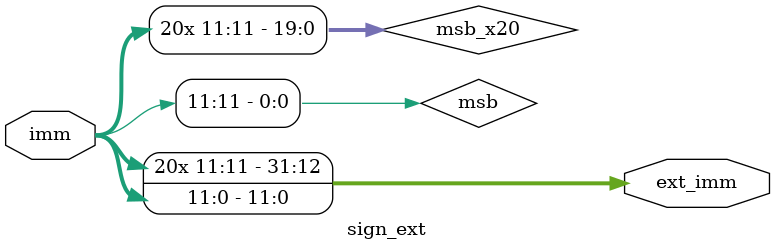
<source format=v>
module sign_ext(
    input [11:0]imm,

    output [31:0]ext_imm
);

wire msb = imm[11];
wire [19:0]msb_x20 = {20{msb}};
assign ext_imm = {msb_x20, imm};

endmodule

</source>
